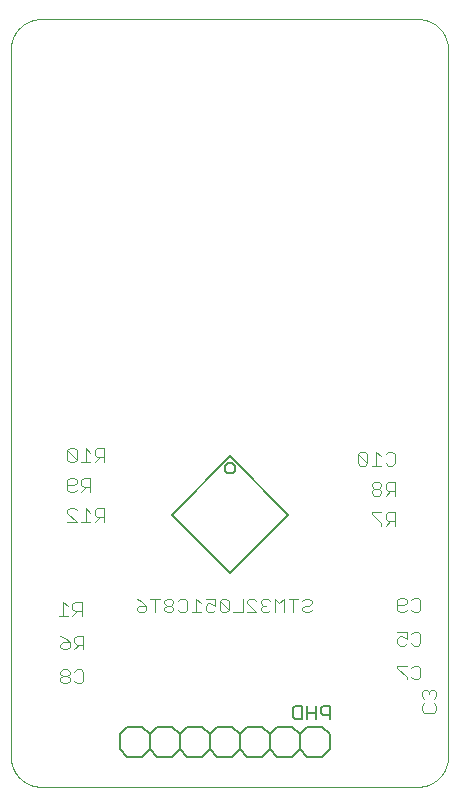
<source format=gbo>
G75*
%MOIN*%
%OFA0B0*%
%FSLAX25Y25*%
%IPPOS*%
%LPD*%
%AMOC8*
5,1,8,0,0,1.08239X$1,22.5*
%
%ADD10C,0.00000*%
%ADD11C,0.00400*%
%ADD12C,0.00600*%
%ADD13C,0.00500*%
%ADD14C,0.00800*%
D10*
X0003211Y0011500D02*
X0003211Y0247406D01*
X0003214Y0247648D01*
X0003223Y0247889D01*
X0003237Y0248130D01*
X0003258Y0248371D01*
X0003284Y0248611D01*
X0003316Y0248851D01*
X0003354Y0249090D01*
X0003397Y0249327D01*
X0003447Y0249564D01*
X0003502Y0249799D01*
X0003562Y0250033D01*
X0003629Y0250265D01*
X0003700Y0250496D01*
X0003778Y0250725D01*
X0003861Y0250952D01*
X0003949Y0251177D01*
X0004043Y0251400D01*
X0004142Y0251620D01*
X0004247Y0251838D01*
X0004356Y0252053D01*
X0004471Y0252266D01*
X0004591Y0252476D01*
X0004716Y0252682D01*
X0004846Y0252886D01*
X0004981Y0253087D01*
X0005121Y0253284D01*
X0005265Y0253478D01*
X0005414Y0253668D01*
X0005568Y0253854D01*
X0005726Y0254037D01*
X0005888Y0254216D01*
X0006055Y0254391D01*
X0006226Y0254562D01*
X0006401Y0254729D01*
X0006580Y0254891D01*
X0006763Y0255049D01*
X0006949Y0255203D01*
X0007139Y0255352D01*
X0007333Y0255496D01*
X0007530Y0255636D01*
X0007731Y0255771D01*
X0007935Y0255901D01*
X0008141Y0256026D01*
X0008351Y0256146D01*
X0008564Y0256261D01*
X0008779Y0256370D01*
X0008997Y0256475D01*
X0009217Y0256574D01*
X0009440Y0256668D01*
X0009665Y0256756D01*
X0009892Y0256839D01*
X0010121Y0256917D01*
X0010352Y0256988D01*
X0010584Y0257055D01*
X0010818Y0257115D01*
X0011053Y0257170D01*
X0011290Y0257220D01*
X0011527Y0257263D01*
X0011766Y0257301D01*
X0012006Y0257333D01*
X0012246Y0257359D01*
X0012487Y0257380D01*
X0012728Y0257394D01*
X0012969Y0257403D01*
X0013211Y0257406D01*
X0138880Y0257406D01*
X0139122Y0257403D01*
X0139363Y0257394D01*
X0139604Y0257380D01*
X0139845Y0257359D01*
X0140085Y0257333D01*
X0140325Y0257301D01*
X0140564Y0257263D01*
X0140801Y0257220D01*
X0141038Y0257170D01*
X0141273Y0257115D01*
X0141507Y0257055D01*
X0141739Y0256988D01*
X0141970Y0256917D01*
X0142199Y0256839D01*
X0142426Y0256756D01*
X0142651Y0256668D01*
X0142874Y0256574D01*
X0143094Y0256475D01*
X0143312Y0256370D01*
X0143527Y0256261D01*
X0143740Y0256146D01*
X0143950Y0256026D01*
X0144156Y0255901D01*
X0144360Y0255771D01*
X0144561Y0255636D01*
X0144758Y0255496D01*
X0144952Y0255352D01*
X0145142Y0255203D01*
X0145328Y0255049D01*
X0145511Y0254891D01*
X0145690Y0254729D01*
X0145865Y0254562D01*
X0146036Y0254391D01*
X0146203Y0254216D01*
X0146365Y0254037D01*
X0146523Y0253854D01*
X0146677Y0253668D01*
X0146826Y0253478D01*
X0146970Y0253284D01*
X0147110Y0253087D01*
X0147245Y0252886D01*
X0147375Y0252682D01*
X0147500Y0252476D01*
X0147620Y0252266D01*
X0147735Y0252053D01*
X0147844Y0251838D01*
X0147949Y0251620D01*
X0148048Y0251400D01*
X0148142Y0251177D01*
X0148230Y0250952D01*
X0148313Y0250725D01*
X0148391Y0250496D01*
X0148462Y0250265D01*
X0148529Y0250033D01*
X0148589Y0249799D01*
X0148644Y0249564D01*
X0148694Y0249327D01*
X0148737Y0249090D01*
X0148775Y0248851D01*
X0148807Y0248611D01*
X0148833Y0248371D01*
X0148854Y0248130D01*
X0148868Y0247889D01*
X0148877Y0247648D01*
X0148880Y0247406D01*
X0148880Y0011500D01*
X0148877Y0011258D01*
X0148868Y0011017D01*
X0148854Y0010776D01*
X0148833Y0010535D01*
X0148807Y0010295D01*
X0148775Y0010055D01*
X0148737Y0009816D01*
X0148694Y0009579D01*
X0148644Y0009342D01*
X0148589Y0009107D01*
X0148529Y0008873D01*
X0148462Y0008641D01*
X0148391Y0008410D01*
X0148313Y0008181D01*
X0148230Y0007954D01*
X0148142Y0007729D01*
X0148048Y0007506D01*
X0147949Y0007286D01*
X0147844Y0007068D01*
X0147735Y0006853D01*
X0147620Y0006640D01*
X0147500Y0006430D01*
X0147375Y0006224D01*
X0147245Y0006020D01*
X0147110Y0005819D01*
X0146970Y0005622D01*
X0146826Y0005428D01*
X0146677Y0005238D01*
X0146523Y0005052D01*
X0146365Y0004869D01*
X0146203Y0004690D01*
X0146036Y0004515D01*
X0145865Y0004344D01*
X0145690Y0004177D01*
X0145511Y0004015D01*
X0145328Y0003857D01*
X0145142Y0003703D01*
X0144952Y0003554D01*
X0144758Y0003410D01*
X0144561Y0003270D01*
X0144360Y0003135D01*
X0144156Y0003005D01*
X0143950Y0002880D01*
X0143740Y0002760D01*
X0143527Y0002645D01*
X0143312Y0002536D01*
X0143094Y0002431D01*
X0142874Y0002332D01*
X0142651Y0002238D01*
X0142426Y0002150D01*
X0142199Y0002067D01*
X0141970Y0001989D01*
X0141739Y0001918D01*
X0141507Y0001851D01*
X0141273Y0001791D01*
X0141038Y0001736D01*
X0140801Y0001686D01*
X0140564Y0001643D01*
X0140325Y0001605D01*
X0140085Y0001573D01*
X0139845Y0001547D01*
X0139604Y0001526D01*
X0139363Y0001512D01*
X0139122Y0001503D01*
X0138880Y0001500D01*
X0013211Y0001500D01*
X0012969Y0001503D01*
X0012728Y0001512D01*
X0012487Y0001526D01*
X0012246Y0001547D01*
X0012006Y0001573D01*
X0011766Y0001605D01*
X0011527Y0001643D01*
X0011290Y0001686D01*
X0011053Y0001736D01*
X0010818Y0001791D01*
X0010584Y0001851D01*
X0010352Y0001918D01*
X0010121Y0001989D01*
X0009892Y0002067D01*
X0009665Y0002150D01*
X0009440Y0002238D01*
X0009217Y0002332D01*
X0008997Y0002431D01*
X0008779Y0002536D01*
X0008564Y0002645D01*
X0008351Y0002760D01*
X0008141Y0002880D01*
X0007935Y0003005D01*
X0007731Y0003135D01*
X0007530Y0003270D01*
X0007333Y0003410D01*
X0007139Y0003554D01*
X0006949Y0003703D01*
X0006763Y0003857D01*
X0006580Y0004015D01*
X0006401Y0004177D01*
X0006226Y0004344D01*
X0006055Y0004515D01*
X0005888Y0004690D01*
X0005726Y0004869D01*
X0005568Y0005052D01*
X0005414Y0005238D01*
X0005265Y0005428D01*
X0005121Y0005622D01*
X0004981Y0005819D01*
X0004846Y0006020D01*
X0004716Y0006224D01*
X0004591Y0006430D01*
X0004471Y0006640D01*
X0004356Y0006853D01*
X0004247Y0007068D01*
X0004142Y0007286D01*
X0004043Y0007506D01*
X0003949Y0007729D01*
X0003861Y0007954D01*
X0003778Y0008181D01*
X0003700Y0008410D01*
X0003629Y0008641D01*
X0003562Y0008873D01*
X0003502Y0009107D01*
X0003447Y0009342D01*
X0003397Y0009579D01*
X0003354Y0009816D01*
X0003316Y0010055D01*
X0003284Y0010295D01*
X0003258Y0010535D01*
X0003237Y0010776D01*
X0003223Y0011017D01*
X0003214Y0011258D01*
X0003211Y0011500D01*
D11*
X0020480Y0036075D02*
X0019713Y0036842D01*
X0019713Y0037610D01*
X0020480Y0038377D01*
X0022015Y0038377D01*
X0022782Y0039144D01*
X0022782Y0039912D01*
X0022015Y0040679D01*
X0020480Y0040679D01*
X0019713Y0039912D01*
X0019713Y0039144D01*
X0020480Y0038377D01*
X0022015Y0038377D02*
X0022782Y0037610D01*
X0022782Y0036842D01*
X0022015Y0036075D01*
X0020480Y0036075D01*
X0024317Y0036842D02*
X0025084Y0036075D01*
X0026619Y0036075D01*
X0027386Y0036842D01*
X0027386Y0039912D01*
X0026619Y0040679D01*
X0025084Y0040679D01*
X0024317Y0039912D01*
X0024317Y0047325D02*
X0025852Y0048860D01*
X0025084Y0048860D02*
X0024317Y0049627D01*
X0024317Y0051162D01*
X0025084Y0051929D01*
X0027386Y0051929D01*
X0027386Y0047325D01*
X0027386Y0048860D02*
X0025084Y0048860D01*
X0022782Y0049627D02*
X0020480Y0049627D01*
X0019713Y0048860D01*
X0019713Y0048092D01*
X0020480Y0047325D01*
X0022015Y0047325D01*
X0022782Y0048092D01*
X0022782Y0049627D01*
X0021248Y0051162D01*
X0019713Y0051929D01*
X0019088Y0058575D02*
X0022157Y0058575D01*
X0020623Y0058575D02*
X0020623Y0063179D01*
X0022157Y0061644D01*
X0023692Y0060877D02*
X0024459Y0060110D01*
X0026761Y0060110D01*
X0025227Y0060110D02*
X0023692Y0058575D01*
X0023692Y0060877D02*
X0023692Y0062412D01*
X0024459Y0063179D01*
X0026761Y0063179D01*
X0026761Y0058575D01*
X0045114Y0060386D02*
X0045114Y0061153D01*
X0045881Y0061921D01*
X0048183Y0061921D01*
X0048183Y0060386D01*
X0047416Y0059619D01*
X0045881Y0059619D01*
X0045114Y0060386D01*
X0046648Y0063455D02*
X0048183Y0061921D01*
X0046648Y0063455D02*
X0045114Y0064223D01*
X0049717Y0064223D02*
X0052787Y0064223D01*
X0051252Y0064223D02*
X0051252Y0059619D01*
X0054321Y0060386D02*
X0055089Y0059619D01*
X0056623Y0059619D01*
X0057391Y0060386D01*
X0057391Y0061153D01*
X0056623Y0061921D01*
X0055089Y0061921D01*
X0054321Y0061153D01*
X0054321Y0060386D01*
X0055089Y0061921D02*
X0054321Y0062688D01*
X0054321Y0063455D01*
X0055089Y0064223D01*
X0056623Y0064223D01*
X0057391Y0063455D01*
X0057391Y0062688D01*
X0056623Y0061921D01*
X0058925Y0063455D02*
X0059693Y0064223D01*
X0061227Y0064223D01*
X0061995Y0063455D01*
X0061995Y0060386D01*
X0061227Y0059619D01*
X0059693Y0059619D01*
X0058925Y0060386D01*
X0063529Y0059619D02*
X0066599Y0059619D01*
X0065064Y0059619D02*
X0065064Y0064223D01*
X0066599Y0062688D01*
X0068133Y0061921D02*
X0068133Y0060386D01*
X0068900Y0059619D01*
X0070435Y0059619D01*
X0071202Y0060386D01*
X0071202Y0061921D02*
X0069668Y0062688D01*
X0068900Y0062688D01*
X0068133Y0061921D01*
X0068133Y0064223D02*
X0071202Y0064223D01*
X0071202Y0061921D01*
X0072737Y0063455D02*
X0072737Y0060386D01*
X0073504Y0059619D01*
X0075039Y0059619D01*
X0075806Y0060386D01*
X0072737Y0063455D01*
X0073504Y0064223D01*
X0075039Y0064223D01*
X0075806Y0063455D01*
X0075806Y0060386D01*
X0077341Y0059619D02*
X0080410Y0059619D01*
X0080410Y0064223D01*
X0081945Y0063455D02*
X0082712Y0064223D01*
X0084247Y0064223D01*
X0085014Y0063455D01*
X0086549Y0063455D02*
X0087316Y0064223D01*
X0088851Y0064223D01*
X0089618Y0063455D01*
X0091153Y0064223D02*
X0091153Y0059619D01*
X0089618Y0060386D02*
X0088851Y0059619D01*
X0087316Y0059619D01*
X0086549Y0060386D01*
X0086549Y0061153D01*
X0087316Y0061921D01*
X0088084Y0061921D01*
X0087316Y0061921D02*
X0086549Y0062688D01*
X0086549Y0063455D01*
X0085014Y0059619D02*
X0081945Y0062688D01*
X0081945Y0063455D01*
X0081945Y0059619D02*
X0085014Y0059619D01*
X0091153Y0064223D02*
X0092687Y0062688D01*
X0094222Y0064223D01*
X0094222Y0059619D01*
X0097291Y0059619D02*
X0097291Y0064223D01*
X0095757Y0064223D02*
X0098826Y0064223D01*
X0100361Y0063455D02*
X0101128Y0064223D01*
X0102663Y0064223D01*
X0103430Y0063455D01*
X0103430Y0062688D01*
X0102663Y0061921D01*
X0101128Y0061921D01*
X0100361Y0061153D01*
X0100361Y0060386D01*
X0101128Y0059619D01*
X0102663Y0059619D01*
X0103430Y0060386D01*
X0126532Y0089342D02*
X0123463Y0092412D01*
X0123463Y0093179D01*
X0126532Y0093179D01*
X0128067Y0092412D02*
X0128067Y0090877D01*
X0128834Y0090110D01*
X0131136Y0090110D01*
X0129602Y0090110D02*
X0128067Y0088575D01*
X0126532Y0088575D02*
X0126532Y0089342D01*
X0128067Y0092412D02*
X0128834Y0093179D01*
X0131136Y0093179D01*
X0131136Y0088575D01*
X0131136Y0098575D02*
X0131136Y0103179D01*
X0128834Y0103179D01*
X0128067Y0102412D01*
X0128067Y0100877D01*
X0128834Y0100110D01*
X0131136Y0100110D01*
X0129602Y0100110D02*
X0128067Y0098575D01*
X0126532Y0099342D02*
X0126532Y0100110D01*
X0125765Y0100877D01*
X0124230Y0100877D01*
X0123463Y0100110D01*
X0123463Y0099342D01*
X0124230Y0098575D01*
X0125765Y0098575D01*
X0126532Y0099342D01*
X0125765Y0100877D02*
X0126532Y0101644D01*
X0126532Y0102412D01*
X0125765Y0103179D01*
X0124230Y0103179D01*
X0123463Y0102412D01*
X0123463Y0101644D01*
X0124230Y0100877D01*
X0123463Y0108575D02*
X0126532Y0108575D01*
X0124998Y0108575D02*
X0124998Y0113179D01*
X0126532Y0111644D01*
X0128067Y0112412D02*
X0128834Y0113179D01*
X0130369Y0113179D01*
X0131136Y0112412D01*
X0131136Y0109342D01*
X0130369Y0108575D01*
X0128834Y0108575D01*
X0128067Y0109342D01*
X0121928Y0109342D02*
X0118859Y0112412D01*
X0118859Y0109342D01*
X0119626Y0108575D01*
X0121161Y0108575D01*
X0121928Y0109342D01*
X0121928Y0112412D01*
X0121161Y0113179D01*
X0119626Y0113179D01*
X0118859Y0112412D01*
X0132813Y0064429D02*
X0134348Y0064429D01*
X0135115Y0063662D01*
X0135115Y0062894D01*
X0134348Y0062127D01*
X0132046Y0062127D01*
X0132046Y0060592D02*
X0132046Y0063662D01*
X0132813Y0064429D01*
X0132046Y0060592D02*
X0132813Y0059825D01*
X0134348Y0059825D01*
X0135115Y0060592D01*
X0136650Y0060592D02*
X0137417Y0059825D01*
X0138952Y0059825D01*
X0139719Y0060592D01*
X0139719Y0063662D01*
X0138952Y0064429D01*
X0137417Y0064429D01*
X0136650Y0063662D01*
X0137417Y0053179D02*
X0136650Y0052412D01*
X0137417Y0053179D02*
X0138952Y0053179D01*
X0139719Y0052412D01*
X0139719Y0049342D01*
X0138952Y0048575D01*
X0137417Y0048575D01*
X0136650Y0049342D01*
X0135115Y0049342D02*
X0134348Y0048575D01*
X0132813Y0048575D01*
X0132046Y0049342D01*
X0132046Y0050877D01*
X0132813Y0051644D01*
X0133580Y0051644D01*
X0135115Y0050877D01*
X0135115Y0053179D01*
X0132046Y0053179D01*
X0132046Y0041929D02*
X0132046Y0041162D01*
X0135115Y0038092D01*
X0135115Y0037325D01*
X0136650Y0038092D02*
X0137417Y0037325D01*
X0138952Y0037325D01*
X0139719Y0038092D01*
X0139719Y0041162D01*
X0138952Y0041929D01*
X0137417Y0041929D01*
X0136650Y0041162D01*
X0135115Y0041929D02*
X0132046Y0041929D01*
X0140286Y0033148D02*
X0140286Y0031613D01*
X0141053Y0030846D01*
X0141053Y0029311D02*
X0140286Y0028544D01*
X0140286Y0027009D01*
X0141053Y0026242D01*
X0144123Y0026242D01*
X0144890Y0027009D01*
X0144890Y0028544D01*
X0144123Y0029311D01*
X0144123Y0030846D02*
X0144890Y0031613D01*
X0144890Y0033148D01*
X0144123Y0033915D01*
X0143355Y0033915D01*
X0142588Y0033148D01*
X0141821Y0033915D01*
X0141053Y0033915D01*
X0140286Y0033148D01*
X0142588Y0033148D02*
X0142588Y0032381D01*
X0034323Y0089825D02*
X0034323Y0094429D01*
X0032021Y0094429D01*
X0031254Y0093662D01*
X0031254Y0092127D01*
X0032021Y0091360D01*
X0034323Y0091360D01*
X0032788Y0091360D02*
X0031254Y0089825D01*
X0029719Y0089825D02*
X0026650Y0089825D01*
X0028184Y0089825D02*
X0028184Y0094429D01*
X0029719Y0092894D01*
X0029719Y0099825D02*
X0029719Y0104429D01*
X0027417Y0104429D01*
X0026650Y0103662D01*
X0026650Y0102127D01*
X0027417Y0101360D01*
X0029719Y0101360D01*
X0028184Y0101360D02*
X0026650Y0099825D01*
X0025115Y0100592D02*
X0024348Y0099825D01*
X0022813Y0099825D01*
X0022046Y0100592D01*
X0022046Y0103662D01*
X0022813Y0104429D01*
X0024348Y0104429D01*
X0025115Y0103662D01*
X0025115Y0102894D01*
X0024348Y0102127D01*
X0022046Y0102127D01*
X0022813Y0109825D02*
X0024348Y0109825D01*
X0025115Y0110592D01*
X0022046Y0113662D01*
X0022046Y0110592D01*
X0022813Y0109825D01*
X0025115Y0110592D02*
X0025115Y0113662D01*
X0024348Y0114429D01*
X0022813Y0114429D01*
X0022046Y0113662D01*
X0026650Y0109825D02*
X0029719Y0109825D01*
X0028184Y0109825D02*
X0028184Y0114429D01*
X0029719Y0112894D01*
X0031254Y0112127D02*
X0032021Y0111360D01*
X0034323Y0111360D01*
X0032788Y0111360D02*
X0031254Y0109825D01*
X0031254Y0112127D02*
X0031254Y0113662D01*
X0032021Y0114429D01*
X0034323Y0114429D01*
X0034323Y0109825D01*
X0024348Y0094429D02*
X0025115Y0093662D01*
X0024348Y0094429D02*
X0022813Y0094429D01*
X0022046Y0093662D01*
X0022046Y0092894D01*
X0025115Y0089825D01*
X0022046Y0089825D01*
D12*
X0041961Y0021500D02*
X0039461Y0019000D01*
X0039461Y0014000D01*
X0041961Y0011500D01*
X0046961Y0011500D01*
X0049461Y0014000D01*
X0051961Y0011500D01*
X0056961Y0011500D01*
X0059461Y0014000D01*
X0061961Y0011500D01*
X0066961Y0011500D01*
X0069461Y0014000D01*
X0069461Y0019000D01*
X0066961Y0021500D01*
X0061961Y0021500D01*
X0059461Y0019000D01*
X0056961Y0021500D01*
X0051961Y0021500D01*
X0049461Y0019000D01*
X0046961Y0021500D01*
X0041961Y0021500D01*
X0049461Y0019000D02*
X0049461Y0014000D01*
X0059461Y0014000D02*
X0059461Y0019000D01*
X0069461Y0019000D02*
X0071961Y0021500D01*
X0076961Y0021500D01*
X0079461Y0019000D01*
X0079461Y0014000D01*
X0076961Y0011500D01*
X0071961Y0011500D01*
X0069461Y0014000D01*
X0079461Y0014000D02*
X0081961Y0011500D01*
X0086961Y0011500D01*
X0089461Y0014000D01*
X0091961Y0011500D01*
X0096961Y0011500D01*
X0099461Y0014000D01*
X0101961Y0011500D01*
X0106961Y0011500D01*
X0109461Y0014000D01*
X0109461Y0019000D01*
X0106961Y0021500D01*
X0101961Y0021500D01*
X0099461Y0019000D01*
X0096961Y0021500D01*
X0091961Y0021500D01*
X0089461Y0019000D01*
X0086961Y0021500D01*
X0081961Y0021500D01*
X0079461Y0019000D01*
X0089461Y0019000D02*
X0089461Y0014000D01*
X0099461Y0014000D02*
X0099461Y0019000D01*
D13*
X0100303Y0023950D02*
X0098051Y0023950D01*
X0097301Y0024701D01*
X0097301Y0027703D01*
X0098051Y0028454D01*
X0100303Y0028454D01*
X0100303Y0023950D01*
X0101905Y0023950D02*
X0101905Y0028454D01*
X0101905Y0026202D02*
X0104907Y0026202D01*
X0106509Y0026202D02*
X0107259Y0025451D01*
X0109511Y0025451D01*
X0109511Y0023950D02*
X0109511Y0028454D01*
X0107259Y0028454D01*
X0106509Y0027703D01*
X0106509Y0026202D01*
X0104907Y0023950D02*
X0104907Y0028454D01*
X0074426Y0107789D02*
X0074428Y0107874D01*
X0074434Y0107958D01*
X0074444Y0108042D01*
X0074458Y0108125D01*
X0074475Y0108208D01*
X0074497Y0108290D01*
X0074522Y0108370D01*
X0074551Y0108450D01*
X0074584Y0108527D01*
X0074621Y0108604D01*
X0074661Y0108678D01*
X0074704Y0108751D01*
X0074751Y0108821D01*
X0074801Y0108889D01*
X0074854Y0108955D01*
X0074910Y0109018D01*
X0074969Y0109079D01*
X0075031Y0109136D01*
X0075095Y0109191D01*
X0075162Y0109243D01*
X0075232Y0109291D01*
X0075303Y0109336D01*
X0075377Y0109378D01*
X0075452Y0109416D01*
X0075529Y0109451D01*
X0075608Y0109482D01*
X0075688Y0109509D01*
X0075769Y0109532D01*
X0075851Y0109552D01*
X0075934Y0109568D01*
X0076018Y0109580D01*
X0076102Y0109588D01*
X0076187Y0109592D01*
X0076271Y0109592D01*
X0076356Y0109588D01*
X0076440Y0109580D01*
X0076524Y0109568D01*
X0076607Y0109552D01*
X0076689Y0109532D01*
X0076770Y0109509D01*
X0076850Y0109482D01*
X0076929Y0109451D01*
X0077006Y0109416D01*
X0077081Y0109378D01*
X0077155Y0109336D01*
X0077226Y0109291D01*
X0077296Y0109243D01*
X0077363Y0109191D01*
X0077427Y0109136D01*
X0077489Y0109079D01*
X0077548Y0109018D01*
X0077604Y0108955D01*
X0077657Y0108889D01*
X0077707Y0108821D01*
X0077754Y0108751D01*
X0077797Y0108678D01*
X0077837Y0108604D01*
X0077874Y0108527D01*
X0077907Y0108450D01*
X0077936Y0108370D01*
X0077961Y0108290D01*
X0077983Y0108208D01*
X0078000Y0108125D01*
X0078014Y0108042D01*
X0078024Y0107958D01*
X0078030Y0107874D01*
X0078032Y0107789D01*
X0078030Y0107704D01*
X0078024Y0107620D01*
X0078014Y0107536D01*
X0078000Y0107453D01*
X0077983Y0107370D01*
X0077961Y0107288D01*
X0077936Y0107208D01*
X0077907Y0107128D01*
X0077874Y0107051D01*
X0077837Y0106974D01*
X0077797Y0106900D01*
X0077754Y0106827D01*
X0077707Y0106757D01*
X0077657Y0106689D01*
X0077604Y0106623D01*
X0077548Y0106560D01*
X0077489Y0106499D01*
X0077427Y0106442D01*
X0077363Y0106387D01*
X0077296Y0106335D01*
X0077226Y0106287D01*
X0077155Y0106242D01*
X0077081Y0106200D01*
X0077006Y0106162D01*
X0076929Y0106127D01*
X0076850Y0106096D01*
X0076770Y0106069D01*
X0076689Y0106046D01*
X0076607Y0106026D01*
X0076524Y0106010D01*
X0076440Y0105998D01*
X0076356Y0105990D01*
X0076271Y0105986D01*
X0076187Y0105986D01*
X0076102Y0105990D01*
X0076018Y0105998D01*
X0075934Y0106010D01*
X0075851Y0106026D01*
X0075769Y0106046D01*
X0075688Y0106069D01*
X0075608Y0106096D01*
X0075529Y0106127D01*
X0075452Y0106162D01*
X0075377Y0106200D01*
X0075303Y0106242D01*
X0075232Y0106287D01*
X0075162Y0106335D01*
X0075095Y0106387D01*
X0075031Y0106442D01*
X0074969Y0106499D01*
X0074910Y0106560D01*
X0074854Y0106623D01*
X0074801Y0106689D01*
X0074751Y0106757D01*
X0074704Y0106827D01*
X0074661Y0106900D01*
X0074621Y0106974D01*
X0074584Y0107051D01*
X0074551Y0107128D01*
X0074522Y0107208D01*
X0074497Y0107288D01*
X0074475Y0107370D01*
X0074458Y0107453D01*
X0074444Y0107536D01*
X0074434Y0107620D01*
X0074428Y0107704D01*
X0074426Y0107789D01*
D14*
X0075816Y0111297D02*
X0076642Y0111297D01*
X0076229Y0111711D02*
X0095707Y0092232D01*
X0076229Y0072754D01*
X0056751Y0092232D01*
X0076229Y0111711D01*
M02*

</source>
